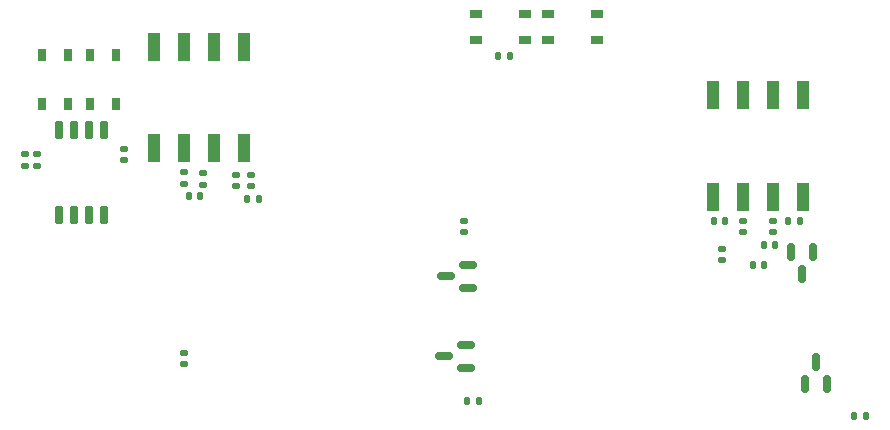
<source format=gbr>
G04 #@! TF.GenerationSoftware,KiCad,Pcbnew,7.0.5*
G04 #@! TF.CreationDate,2023-09-28T01:47:38+03:00*
G04 #@! TF.ProjectId,RP2040_minimal,52503230-3430-45f6-9d69-6e696d616c2e,REV1*
G04 #@! TF.SameCoordinates,Original*
G04 #@! TF.FileFunction,Paste,Bot*
G04 #@! TF.FilePolarity,Positive*
%FSLAX46Y46*%
G04 Gerber Fmt 4.6, Leading zero omitted, Abs format (unit mm)*
G04 Created by KiCad (PCBNEW 7.0.5) date 2023-09-28 01:47:38*
%MOMM*%
%LPD*%
G01*
G04 APERTURE LIST*
G04 Aperture macros list*
%AMRoundRect*
0 Rectangle with rounded corners*
0 $1 Rounding radius*
0 $2 $3 $4 $5 $6 $7 $8 $9 X,Y pos of 4 corners*
0 Add a 4 corners polygon primitive as box body*
4,1,4,$2,$3,$4,$5,$6,$7,$8,$9,$2,$3,0*
0 Add four circle primitives for the rounded corners*
1,1,$1+$1,$2,$3*
1,1,$1+$1,$4,$5*
1,1,$1+$1,$6,$7*
1,1,$1+$1,$8,$9*
0 Add four rect primitives between the rounded corners*
20,1,$1+$1,$2,$3,$4,$5,0*
20,1,$1+$1,$4,$5,$6,$7,0*
20,1,$1+$1,$6,$7,$8,$9,0*
20,1,$1+$1,$8,$9,$2,$3,0*%
G04 Aperture macros list end*
%ADD10RoundRect,0.150000X0.150000X-0.650000X0.150000X0.650000X-0.150000X0.650000X-0.150000X-0.650000X0*%
%ADD11R,1.120000X2.440000*%
%ADD12RoundRect,0.140000X0.140000X0.170000X-0.140000X0.170000X-0.140000X-0.170000X0.140000X-0.170000X0*%
%ADD13RoundRect,0.140000X-0.170000X0.140000X-0.170000X-0.140000X0.170000X-0.140000X0.170000X0.140000X0*%
%ADD14R,0.650000X1.050000*%
%ADD15RoundRect,0.140000X0.170000X-0.140000X0.170000X0.140000X-0.170000X0.140000X-0.170000X-0.140000X0*%
%ADD16RoundRect,0.140000X-0.140000X-0.170000X0.140000X-0.170000X0.140000X0.170000X-0.140000X0.170000X0*%
%ADD17RoundRect,0.150000X-0.150000X0.587500X-0.150000X-0.587500X0.150000X-0.587500X0.150000X0.587500X0*%
%ADD18RoundRect,0.150000X0.150000X-0.587500X0.150000X0.587500X-0.150000X0.587500X-0.150000X-0.587500X0*%
%ADD19RoundRect,0.150000X0.587500X0.150000X-0.587500X0.150000X-0.587500X-0.150000X0.587500X-0.150000X0*%
%ADD20R,1.050000X0.650000*%
G04 APERTURE END LIST*
D10*
X47749000Y-82330000D03*
X46479000Y-82330000D03*
X45209000Y-82330000D03*
X43939000Y-82330000D03*
X43939000Y-89530000D03*
X45209000Y-89530000D03*
X46479000Y-89530000D03*
X47749000Y-89530000D03*
D11*
X51940000Y-83898000D03*
X54480000Y-83898000D03*
X57020000Y-83898000D03*
X59560000Y-83898000D03*
X59560000Y-75288000D03*
X57020000Y-75288000D03*
X54480000Y-75288000D03*
X51940000Y-75288000D03*
D12*
X60825000Y-88220333D03*
X59865000Y-88220333D03*
X55875000Y-87920333D03*
X54915000Y-87920333D03*
D13*
X60175000Y-86170333D03*
X60175000Y-87130333D03*
X58925000Y-86170333D03*
X58925000Y-87130333D03*
X56075000Y-86020333D03*
X56075000Y-86980333D03*
X54475000Y-85920333D03*
X54475000Y-86880333D03*
D14*
X46547000Y-75981000D03*
X46547000Y-80131000D03*
X48697000Y-80131000D03*
X48697000Y-75981000D03*
X44633000Y-80131000D03*
X44633000Y-75981000D03*
X42483000Y-75981000D03*
X42483000Y-80131000D03*
D13*
X42034000Y-84406000D03*
X42034000Y-85366000D03*
D15*
X41018000Y-85366000D03*
X41018000Y-84406000D03*
X54480000Y-102186000D03*
X54480000Y-101226000D03*
D13*
X49400000Y-84914000D03*
X49400000Y-83954000D03*
D16*
X111233000Y-106573280D03*
X112193000Y-106573280D03*
X99351000Y-90063280D03*
X100311000Y-90063280D03*
D13*
X101835000Y-90063280D03*
X101835000Y-91023280D03*
D17*
X105883750Y-92705280D03*
X107783750Y-92705280D03*
X106833750Y-94580280D03*
D13*
X104375000Y-90063280D03*
X104375000Y-91023280D03*
D18*
X108947000Y-103876280D03*
X107047000Y-103876280D03*
X107997000Y-102001280D03*
D12*
X79427000Y-105303280D03*
X78467000Y-105303280D03*
D15*
X78213000Y-91023280D03*
X78213000Y-90063280D03*
D19*
X78402500Y-100575280D03*
X78402500Y-102475280D03*
X76527500Y-101525280D03*
D12*
X106605000Y-90063280D03*
X105645000Y-90063280D03*
X104538750Y-92055280D03*
X103578750Y-92055280D03*
D20*
X89470000Y-72560280D03*
X85320000Y-72560280D03*
X89470000Y-74710280D03*
X85320000Y-74710280D03*
D11*
X99295000Y-79421280D03*
X101835000Y-79421280D03*
X104375000Y-79421280D03*
X106915000Y-79421280D03*
X106915000Y-88031280D03*
X104375000Y-88031280D03*
X101835000Y-88031280D03*
X99295000Y-88031280D03*
D19*
X78560000Y-93795280D03*
X78560000Y-95695280D03*
X76685000Y-94745280D03*
D20*
X83395000Y-72565280D03*
X79245000Y-72565280D03*
X83395000Y-74715280D03*
X79245000Y-74715280D03*
D12*
X103610000Y-93750000D03*
X102650000Y-93750000D03*
X82055000Y-76065280D03*
X81095000Y-76065280D03*
D15*
X100057000Y-93365280D03*
X100057000Y-92405280D03*
M02*

</source>
